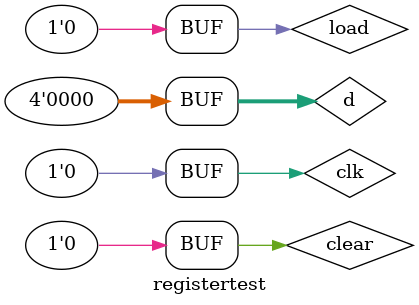
<source format=v>
`timescale 1ns / 1ps


module registertest;

	// Inputs
	reg [3:0] d;
	reg clk;
	reg load;
	reg clear;

	// Outputs
	wire [3:0] q;

	// Instantiate the Unit Under Test (UUT)
	register uut (
		.d(d), 
		.clk(clk), 
		.load(load), 
		.clear(clear), 
		.q(q)
	);

	initial begin
		// Initialize Inputs
		d = 0;
		clk = 0;
		load = 0;
		clear = 0;

		// Wait 100 ns for global reset to finish
		#100;
        
		// Add stimulus here

	end
      
endmodule


</source>
